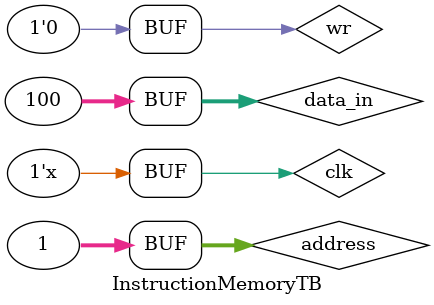
<source format=sv>
module InstructionMemoryTB();
	
	logic clk;
	logic wr;
	logic [31:0] address;
	logic [31:0] data_in;
	logic [31:0] data_out;
	
   Memory DUT (clk, wr, address, data_in, data_out);
		
	always begin
		#1
		clk = ~clk;
	end
	/*
	always begin
		#3
		wr = ~wr;
		data_in <= data_in + 1;
		address <= address + 1;
		
		#3
		wr = ~wr;
	end
	*/
   initial begin
		   clk = 1; 
			
			wr = 1;
			address = 1;
			data_in = 100;
			#4
			address = 1;
			wr = 0;
	end
endmodule
</source>
